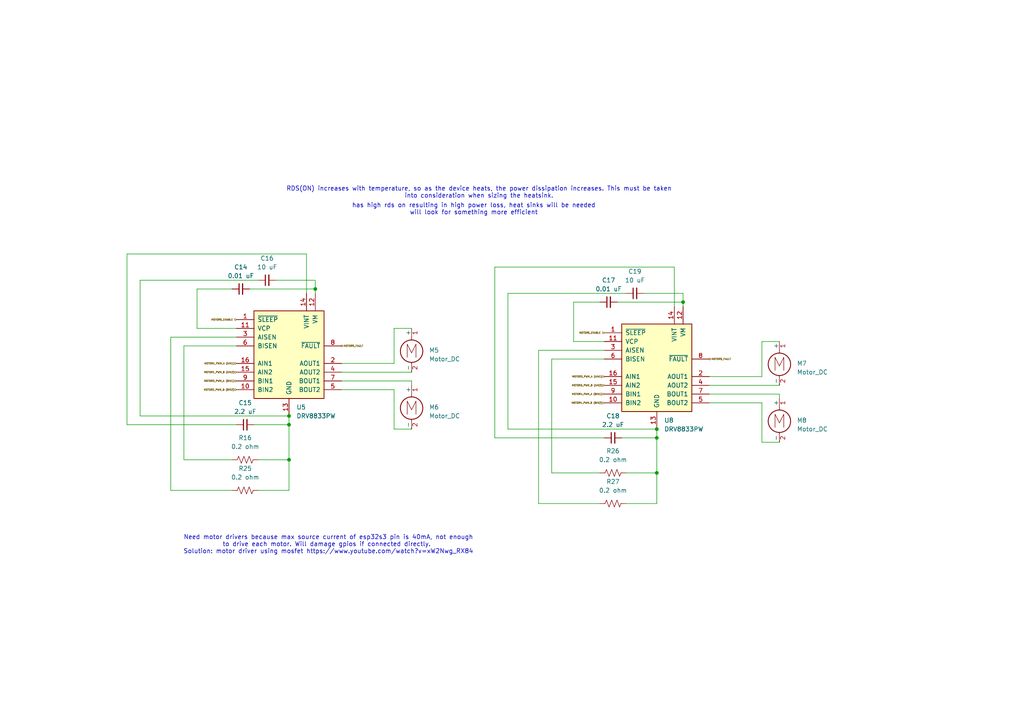
<source format=kicad_sch>
(kicad_sch (version 20250114) (generator "eeschema") (generator_version "9.0")
  (paper "A4")
  (lib_symbols
    (symbol "Device:C_Small" (pin_numbers (hide yes)) (pin_names (offset 0.254) (hide yes))
      (property "Reference" "C" (at 0.254 1.778 0))
      (property "Value" "C_Small" (at 0.254 -2.032 0))
      (symbol "C_Small_0_1"
        (polyline (pts (xy -1.524 0.508) (xy 1.524 0.508)) (stroke (width 0.3048)))
        (polyline (pts (xy -1.524 -0.508) (xy 1.524 -0.508)) (stroke (width 0.3302)))
      )
      (symbol "C_Small_1_1"
        (pin passive line (at 0 2.54 270) (length 2.032) (name "~") (number "1"))
        (pin passive line (at 0 -2.54 90) (length 2.032) (name "~") (number "2"))
      )
    )
    (symbol "Device:R_US" (pin_numbers (hide yes)) (pin_names (offset 0))
      (property "Reference" "R" (at 2.54 0 90))
      (property "Value" "R_US" (at -2.54 0 90))
      (symbol "R_US_0_1"
        (polyline (pts (xy 0 2.286) (xy 0 2.54)))
        (polyline (pts (xy 0 2.286) (xy 1.016 1.905) (xy 0 1.524) (xy -1.016 1.143) (xy 0 0.762)))
        (polyline (pts (xy 0 0.762) (xy 1.016 0.381) (xy 0 0) (xy -1.016 -0.381) (xy 0 -0.762)))
        (polyline (pts (xy 0 -0.762) (xy 1.016 -1.143) (xy 0 -1.524) (xy -1.016 -1.905) (xy 0 -2.286)))
        (polyline (pts (xy 0 -2.286) (xy 0 -2.54)))
      )
      (symbol "R_US_1_1"
        (pin passive line (at 0 3.81 270) (length 1.27) (name "~") (number "1"))
        (pin passive line (at 0 -3.81 90) (length 1.27) (name "~") (number "2"))
      )
    )
    (symbol "Driver_Motor:DRV8833PW" (pin_names (offset 1.016))
      (property "Reference" "U" (at -3.81 16.51 0))
      (property "Value" "DRV8833PW" (at -3.81 13.97 0))
      (symbol "DRV8833PW_0_1"
        (rectangle (start -10.16 12.7) (end 10.16 -12.7) (stroke (width 0.254)) (fill (type background)))
      )
      (symbol "DRV8833PW_1_1"
        (pin input line (at -15.24 10.16 0) (length 5.08) (name "~{SLEEP}") (number "1"))
        (pin bidirectional line (at -15.24 7.62 0) (length 5.08) (name "VCP") (number "11"))
        (pin bidirectional line (at -15.24 5.08 0) (length 5.08) (name "AISEN") (number "3"))
        (pin bidirectional line (at -15.24 2.54 0) (length 5.08) (name "BISEN") (number "6"))
        (pin input line (at -15.24 -2.54 0) (length 5.08) (name "AIN1") (number "16"))
        (pin input line (at -15.24 -5.08 0) (length 5.08) (name "AIN2") (number "15"))
        (pin input line (at -15.24 -7.62 0) (length 5.08) (name "BIN1") (number "9"))
        (pin input line (at -15.24 -10.16 0) (length 5.08) (name "BIN2") (number "10"))
        (pin power_in line (at 0 -17.78 90) (length 5.08) (name "GND") (number "13"))
        (pin power_in line (at 5.08 17.78 270) (length 5.08) (name "VINT") (number "14"))
        (pin power_in line (at 7.62 17.78 270) (length 5.08) (name "VM") (number "12"))
        (pin open_collector line (at 15.24 2.54 180) (length 5.08) (name "~{FAULT}") (number "8"))
        (pin power_out line (at 15.24 -2.54 180) (length 5.08) (name "AOUT1") (number "2"))
        (pin power_out line (at 15.24 -5.08 180) (length 5.08) (name "AOUT2") (number "4"))
        (pin power_out line (at 15.24 -7.62 180) (length 5.08) (name "BOUT1") (number "7"))
        (pin power_out line (at 15.24 -10.16 180) (length 5.08) (name "BOUT2") (number "5"))
      )
    )
    (symbol "Motor:Motor_DC" (pin_names (offset 0))
      (property "Reference" "M" (at 2.54 2.54 0))
      (property "Value" "Motor_DC" (at 2.54 -5.08 0))
      (symbol "Motor_DC_0_0"
        (polyline (pts (xy -1.27 -3.302) (xy -1.27 0.508) (xy 0 -2.032) (xy 1.27 0.508) (xy 1.27 -3.302)))
      )
      (symbol "Motor_DC_0_1"
        (polyline (pts (xy 0 2.032) (xy 0 2.54)))
        (polyline (pts (xy 0 1.7272) (xy 0 2.0828)))
        (circle (center 0 -1.524) (radius 3.2512) (stroke (width 0.254)))
        (polyline (pts (xy 0 -4.7752) (xy 0 -5.1816)))
        (polyline (pts (xy 0 -7.62) (xy 0 -7.112)))
      )
      (symbol "Motor_DC_1_1"
        (pin passive line (at 0 5.08 270) (length 2.54) (name "+") (number "1"))
        (pin passive line (at 0 -7.62 90) (length 2.54) (name "-") (number "2"))
      )
    )
  )
  (text "RDS(ON) increases with temperature, so as the device heats, the power dissipation increases. This must be taken\ninto consideration when sizing the heatsink." (at 138.938 55.88 0) (effects (font (size 1.27 1.27))))
  (text "has high rds on resulting in high power loss, heat sinks will be needed\nwill look for something more efficient\n" (at 137.414 60.706 0) (effects (font (size 1.27 1.27))))
  (text "Need motor drivers because max source current of esp32s3 pin is 40mA, not enough\nto drive each motor. Will damage gpios if connected directly. \nSolution: motor driver using mosfet https://www.youtube.com/watch?v=xW2Nwg_RX84" (at 95.25 157.988 0) (effects (font (size 1.27 1.27))))
  (junction (at 83.82 123.19))
  (junction (at 83.82 133.35))
  (junction (at 190.5 124.46))
  (junction (at 83.82 120.65))
  (junction (at 190.5 137.16))
  (junction (at 198.12 87.63))
  (junction (at 190.5 127))
  (junction (at 91.44 83.82))
  (wire (pts (xy 181.61 146.05) (xy 190.5 146.05)))
  (wire (pts (xy 175.26 104.14) (xy 160.02 104.14)))
  (wire (pts (xy 67.31 83.82) (xy 57.15 83.82)))
  (wire (pts (xy 53.34 100.33) (xy 53.34 133.35)))
  (wire (pts (xy 88.9 73.66) (xy 88.9 85.09)))
  (wire (pts (xy 99.06 107.95) (xy 119.38 107.95)))
  (wire (pts (xy 73.66 123.19) (xy 83.82 123.19)))
  (wire (pts (xy 156.21 146.05) (xy 173.99 146.05)))
  (wire (pts (xy 195.58 77.47) (xy 195.58 88.9)))
  (wire (pts (xy 156.21 101.6) (xy 156.21 146.05)))
  (wire (pts (xy 198.12 87.63) (xy 198.12 85.09)))
  (wire (pts (xy 68.58 100.33) (xy 53.34 100.33)))
  (wire (pts (xy 99.06 113.03) (xy 114.3 113.03)))
  (wire (pts (xy 114.3 95.25) (xy 119.38 95.25)))
  (wire (pts (xy 91.44 85.09) (xy 91.44 83.82)))
  (wire (pts (xy 40.64 81.28) (xy 40.64 120.65)))
  (wire (pts (xy 190.5 124.46) (xy 190.5 127)))
  (wire (pts (xy 72.39 83.82) (xy 91.44 83.82)))
  (wire (pts (xy 198.12 88.9) (xy 198.12 87.63)))
  (wire (pts (xy 114.3 113.03) (xy 114.3 124.46)))
  (wire (pts (xy 181.61 85.09) (xy 147.32 85.09)))
  (wire (pts (xy 83.82 123.19) (xy 83.82 133.35)))
  (wire (pts (xy 49.53 97.79) (xy 49.53 142.24)))
  (wire (pts (xy 147.32 85.09) (xy 147.32 124.46)))
  (wire (pts (xy 205.74 114.3) (xy 226.06 114.3)))
  (wire (pts (xy 83.82 133.35) (xy 83.82 142.24)))
  (wire (pts (xy 220.98 109.22) (xy 220.98 99.06)))
  (wire (pts (xy 99.06 105.41) (xy 114.3 105.41)))
  (wire (pts (xy 205.74 116.84) (xy 220.98 116.84)))
  (wire (pts (xy 40.64 120.65) (xy 83.82 120.65)))
  (wire (pts (xy 36.83 123.19) (xy 36.83 73.66)))
  (wire (pts (xy 36.83 73.66) (xy 88.9 73.66)))
  (wire (pts (xy 198.12 85.09) (xy 186.69 85.09)))
  (wire (pts (xy 99.06 110.49) (xy 119.38 110.49)))
  (wire (pts (xy 180.34 127) (xy 190.5 127)))
  (wire (pts (xy 205.74 109.22) (xy 220.98 109.22)))
  (wire (pts (xy 68.58 97.79) (xy 49.53 97.79)))
  (wire (pts (xy 91.44 81.28) (xy 80.01 81.28)))
  (wire (pts (xy 160.02 137.16) (xy 173.99 137.16)))
  (wire (pts (xy 173.99 87.63) (xy 166.37 87.63)))
  (wire (pts (xy 190.5 137.16) (xy 190.5 146.05)))
  (wire (pts (xy 147.32 124.46) (xy 190.5 124.46)))
  (wire (pts (xy 74.93 81.28) (xy 40.64 81.28)))
  (wire (pts (xy 53.34 133.35) (xy 67.31 133.35)))
  (wire (pts (xy 74.93 133.35) (xy 83.82 133.35)))
  (wire (pts (xy 175.26 127) (xy 143.51 127)))
  (wire (pts (xy 74.93 142.24) (xy 83.82 142.24)))
  (wire (pts (xy 91.44 83.82) (xy 91.44 81.28)))
  (wire (pts (xy 220.98 128.27) (xy 226.06 128.27)))
  (wire (pts (xy 166.37 99.06) (xy 175.26 99.06)))
  (wire (pts (xy 57.15 95.25) (xy 68.58 95.25)))
  (wire (pts (xy 68.58 123.19) (xy 36.83 123.19)))
  (wire (pts (xy 226.06 114.3) (xy 226.06 115.57)))
  (wire (pts (xy 114.3 105.41) (xy 114.3 95.25)))
  (wire (pts (xy 160.02 104.14) (xy 160.02 137.16)))
  (wire (pts (xy 175.26 101.6) (xy 156.21 101.6)))
  (wire (pts (xy 166.37 87.63) (xy 166.37 99.06)))
  (wire (pts (xy 143.51 127) (xy 143.51 77.47)))
  (wire (pts (xy 220.98 116.84) (xy 220.98 128.27)))
  (wire (pts (xy 181.61 137.16) (xy 190.5 137.16)))
  (wire (pts (xy 143.51 77.47) (xy 195.58 77.47)))
  (wire (pts (xy 57.15 83.82) (xy 57.15 95.25)))
  (wire (pts (xy 179.07 87.63) (xy 198.12 87.63)))
  (wire (pts (xy 190.5 127) (xy 190.5 137.16)))
  (wire (pts (xy 220.98 99.06) (xy 226.06 99.06)))
  (wire (pts (xy 119.38 110.49) (xy 119.38 111.76)))
  (wire (pts (xy 205.74 111.76) (xy 226.06 111.76)))
  (wire (pts (xy 83.82 120.65) (xy 83.82 123.19)))
  (wire (pts (xy 49.53 142.24) (xy 67.31 142.24)))
  (wire (pts (xy 114.3 124.46) (xy 119.38 124.46)))
  (hierarchical_label "MOTOR4_PWM_A (BIN1)" (shape input) (at 175.26 114.3 180) (effects (font (size 0.508 0.508))))
  (hierarchical_label "MOTOR3_PWM_A (AIN1)" (shape input) (at 175.26 109.22 180) (effects (font (size 0.508 0.508))))
  (hierarchical_label "MOTOR2_PWM_B (BIN2)" (shape input) (at 68.58 113.03 180) (effects (font (size 0.508 0.508))))
  (hierarchical_label "MOTOR2_PWM_A (BIN1)" (shape input) (at 68.58 110.49 180) (effects (font (size 0.508 0.508))))
  (hierarchical_label "MOTOR1_PWM_A (AIN1)" (shape input) (at 68.58 105.41 180) (effects (font (size 0.508 0.508))))
  (hierarchical_label "MOTOR1_PWM_B (AIN2)" (shape input) (at 68.58 107.95 180) (effects (font (size 0.508 0.508))))
  (hierarchical_label "MOTORS_FAULT" (shape output) (at 205.74 104.14 0) (effects (font (size 0.508 0.508))))
  (hierarchical_label "MOTORS_ENABLE " (shape input) (at 175.26 96.52 180) (effects (font (size 0.508 0.508))))
  (hierarchical_label "MOTORS_FAULT" (shape output) (at 99.06 100.33 0) (effects (font (size 0.508 0.508))))
  (hierarchical_label "MOTORS_ENABLE " (shape input) (at 68.58 92.71 180) (effects (font (size 0.508 0.508))))
  (hierarchical_label "MOTOR3_PWM_B (AIN2)" (shape input) (at 175.26 111.76 180) (effects (font (size 0.508 0.508))))
  (hierarchical_label "MOTOR4_PWM_B (BIN2)" (shape input) (at 175.26 116.84 180) (effects (font (size 0.508 0.508))))
  (symbol (lib_id "Motor:Motor_DC") (at 226.06 120.65 0) (unit 1)
    (property "Reference" "M8" (at 231.14 121.9199 0) (effects (justify left)))
    (property "Value" "Motor_DC" (at 231.14 124.4599 0) (effects (justify left)))
    (property "Description" "DC Motor" (effects (hide yes)))
  )
  (symbol (lib_id "Device:C_Small") (at 71.12 123.19 90) (unit 1)
    (property "Reference" "C15" (at 71.1263 116.84 90))
    (property "Value" "2.2 uF" (at 71.1263 119.38 90))
    (property "Description" "Unpolarized capacitor, small symbol" (effects (hide yes)))
  )
  (symbol (lib_id "Motor:Motor_DC") (at 226.06 104.14 0) (unit 1)
    (property "Reference" "M7" (at 231.14 105.4099 0) (effects (justify left)))
    (property "Value" "Motor_DC" (at 231.14 107.9499 0) (effects (justify left)))
    (property "Description" "DC Motor" (effects (hide yes)))
  )
  (symbol (lib_id "Device:R_US") (at 71.12 142.24 90) (unit 1)
    (property "Reference" "R25" (at 71.12 135.89 90))
    (property "Value" "0.2 ohm" (at 71.12 138.43 90))
    (property "Description" "Resistor, US symbol" (effects (hide yes)))
  )
  (symbol (lib_id "Device:C_Small") (at 77.47 81.28 90) (unit 1)
    (property "Reference" "C16" (at 77.4763 74.93 90))
    (property "Value" "10 uF" (at 77.4763 77.47 90))
    (property "Description" "Unpolarized capacitor, small symbol" (effects (hide yes)))
  )
  (symbol (lib_id "Device:R_US") (at 177.8 146.05 90) (unit 1)
    (property "Reference" "R27" (at 177.8 139.7 90))
    (property "Value" "0.2 ohm" (at 177.8 142.24 90))
    (property "Description" "Resistor, US symbol" (effects (hide yes)))
  )
  (symbol (lib_id "Device:R_US") (at 71.12 133.35 90) (unit 1)
    (property "Reference" "R16" (at 71.12 127 90))
    (property "Value" "0.2 ohm" (at 71.12 129.54 90))
    (property "Description" "Resistor, US symbol" (effects (hide yes)))
  )
  (symbol (lib_id "Motor:Motor_DC") (at 119.38 100.33 0) (unit 1)
    (property "Reference" "M5" (at 124.46 101.5999 0) (effects (justify left)))
    (property "Value" "Motor_DC" (at 124.46 104.1399 0) (effects (justify left)))
    (property "Description" "DC Motor" (effects (hide yes)))
  )
  (symbol (lib_id "Motor:Motor_DC") (at 119.38 116.84 0) (unit 1)
    (property "Reference" "M6" (at 124.46 118.1099 0) (effects (justify left)))
    (property "Value" "Motor_DC" (at 124.46 120.6499 0) (effects (justify left)))
    (property "Description" "DC Motor" (effects (hide yes)))
  )
  (symbol (lib_id "Device:C_Small") (at 177.8 127 90) (unit 1)
    (property "Reference" "C18" (at 177.8063 120.65 90))
    (property "Value" "2.2 uF" (at 177.8063 123.19 90))
    (property "Description" "Unpolarized capacitor, small symbol" (effects (hide yes)))
  )
  (symbol (lib_id "Driver_Motor:DRV8833PW") (at 83.82 102.87 0) (unit 1)
    (property "Reference" "U5" (at 85.9633 118.11 0) (effects (justify left)))
    (property "Value" "DRV8833PW" (at 85.9633 120.65 0) (effects (justify left)))
    (property "Footprint" "Package_SO:TSSOP-16_4.4x5mm_P0.65mm" (effects (hide yes)))
    (property "Datasheet" "http://www.ti.com/lit/ds/symlink/drv8833.pdf" (effects (hide yes)))
    (property "Description" "Dual H-Bridge Motor Driver, TSSOP-16" (effects (hide yes)))
  )
  (symbol (lib_id "Device:C_Small") (at 176.53 87.63 90) (unit 1)
    (property "Reference" "C17" (at 176.5363 81.28 90))
    (property "Value" "0.01 uF" (at 176.5363 83.82 90))
    (property "Description" "Unpolarized capacitor, small symbol" (effects (hide yes)))
  )
  (symbol (lib_id "Device:C_Small") (at 184.15 85.09 90) (unit 1)
    (property "Reference" "C19" (at 184.1563 78.74 90))
    (property "Value" "10 uF" (at 184.1563 81.28 90))
    (property "Description" "Unpolarized capacitor, small symbol" (effects (hide yes)))
  )
  (symbol (lib_id "Device:R_US") (at 177.8 137.16 90) (unit 1)
    (property "Reference" "R26" (at 177.8 130.81 90))
    (property "Value" "0.2 ohm" (at 177.8 133.35 90))
    (property "Description" "Resistor, US symbol" (effects (hide yes)))
  )
  (symbol (lib_id "Driver_Motor:DRV8833PW") (at 190.5 106.68 0) (unit 1)
    (property "Reference" "U8" (at 192.6433 121.92 0) (effects (justify left)))
    (property "Value" "DRV8833PW" (at 192.6433 124.46 0) (effects (justify left)))
    (property "Footprint" "Package_SO:TSSOP-16_4.4x5mm_P0.65mm" (effects (hide yes)))
    (property "Datasheet" "http://www.ti.com/lit/ds/symlink/drv8833.pdf" (effects (hide yes)))
    (property "Description" "Dual H-Bridge Motor Driver, TSSOP-16" (effects (hide yes)))
  )
  (symbol (lib_id "Device:C_Small") (at 69.85 83.82 90) (unit 1)
    (property "Reference" "C14" (at 69.8563 77.47 90))
    (property "Value" "0.01 uF" (at 69.8563 80.01 90))
    (property "Description" "Unpolarized capacitor, small symbol" (effects (hide yes)))
  )
)
</source>
